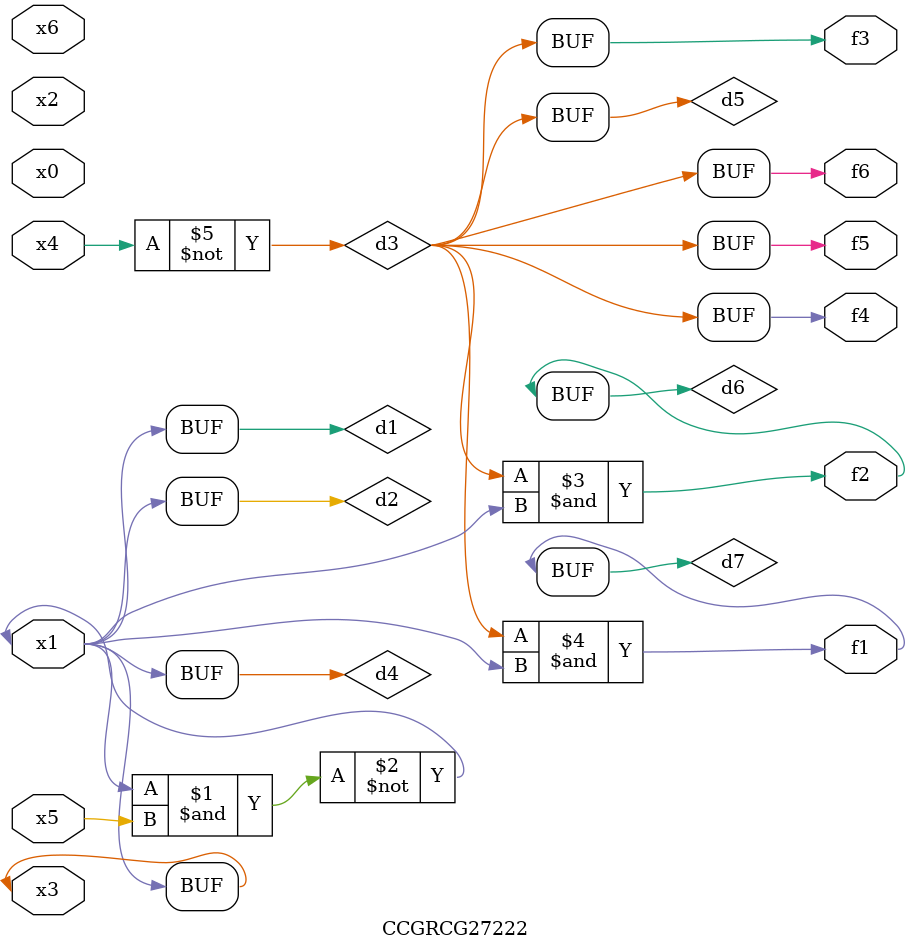
<source format=v>
module CCGRCG27222(
	input x0, x1, x2, x3, x4, x5, x6,
	output f1, f2, f3, f4, f5, f6
);

	wire d1, d2, d3, d4, d5, d6, d7;

	buf (d1, x1, x3);
	nand (d2, x1, x5);
	not (d3, x4);
	buf (d4, d1, d2);
	buf (d5, d3);
	and (d6, d3, d4);
	and (d7, d3, d4);
	assign f1 = d7;
	assign f2 = d6;
	assign f3 = d5;
	assign f4 = d5;
	assign f5 = d5;
	assign f6 = d5;
endmodule

</source>
